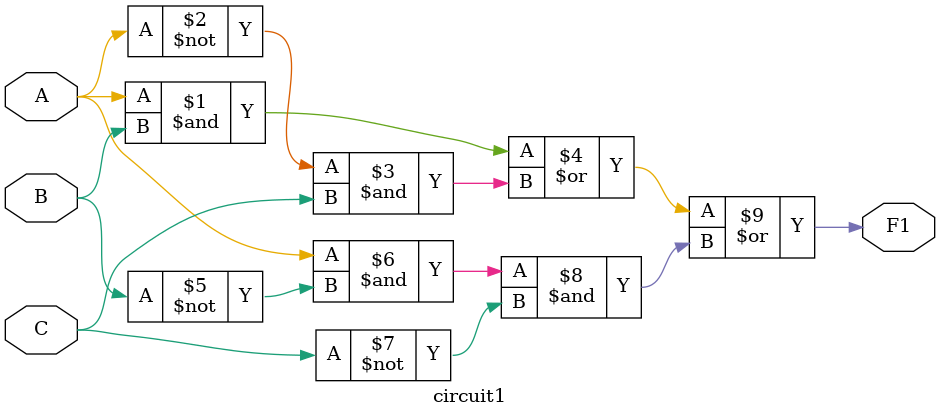
<source format=v>
`timescale 1ns / 1ps


module circuit1(
    input A,
    input B,
    input C,
    output F1
    );
    assign F1 = (A&B)|(~A&C)|(A&~B&~C);
endmodule

</source>
